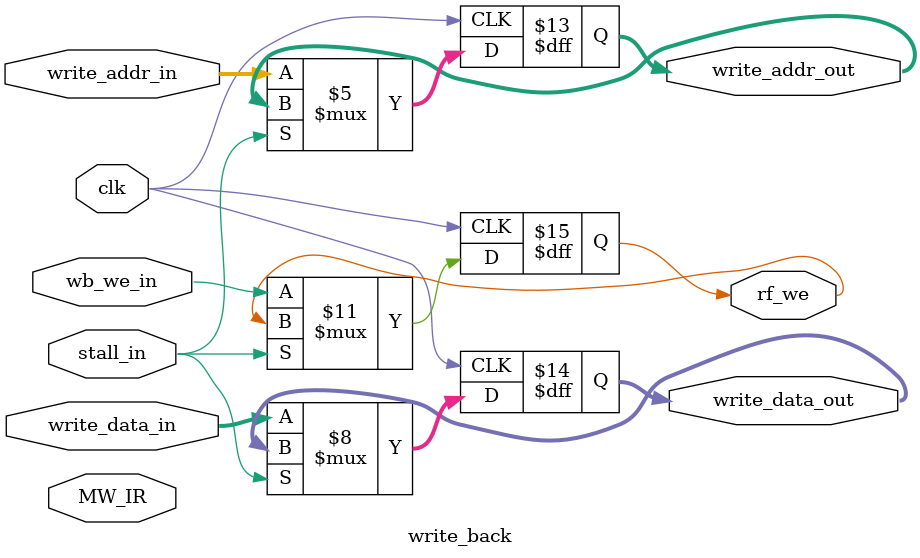
<source format=v>
module write_back (
clk, stall_in, 
MW_IR, 
write_data_in, write_data_out, 
write_addr_in, write_addr_out, 
wb_we_in, rf_we
);

// CPU clock
input			clk;
input			stall_in;

// Pipeline register
input	[31:0]	MW_IR;

// Destination register address and value
input	[4:0]	write_addr_in;
input	[31:0]	write_data_in;
// Write enable signal for the register
input			wb_we_in;

output	[4:0]	write_addr_out;
output	[31:0]	write_data_out;
output			rf_we;

reg		[4:0]	write_addr_out;
reg		[31:0]	write_data_out;
reg				rf_we;

initial begin
	rf_we = 1'b0;
end

// Update signals to the register file at positive edge
always @ (posedge clk) begin
	if (stall_in == 1'b0) begin
		$display("TIME: %g WRITE_BACK", $time);
		rf_we		   = wb_we_in;
		write_data_out = write_data_in;
		write_addr_out = write_addr_in;
	end
end

endmodule

</source>
